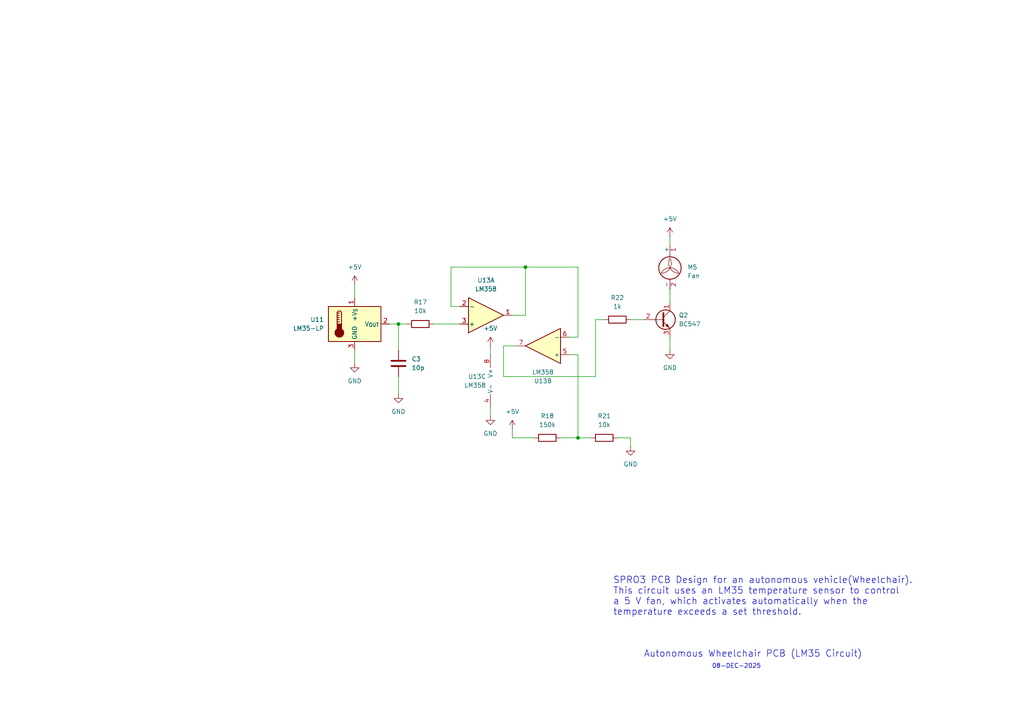
<source format=kicad_sch>
(kicad_sch
	(version 20250114)
	(generator "eeschema")
	(generator_version "9.0")
	(uuid "6bab9b39-2a77-4385-83c4-1a901661dccc")
	(paper "A4")
	(lib_symbols
		(symbol "Amplifier_Operational:LM358"
			(pin_names
				(offset 0.127)
			)
			(exclude_from_sim no)
			(in_bom yes)
			(on_board yes)
			(property "Reference" "U"
				(at 0 5.08 0)
				(effects
					(font
						(size 1.27 1.27)
					)
					(justify left)
				)
			)
			(property "Value" "LM358"
				(at 0 -5.08 0)
				(effects
					(font
						(size 1.27 1.27)
					)
					(justify left)
				)
			)
			(property "Footprint" ""
				(at 0 0 0)
				(effects
					(font
						(size 1.27 1.27)
					)
					(hide yes)
				)
			)
			(property "Datasheet" "http://www.ti.com/lit/ds/symlink/lm2904-n.pdf"
				(at 0 0 0)
				(effects
					(font
						(size 1.27 1.27)
					)
					(hide yes)
				)
			)
			(property "Description" "Low-Power, Dual Operational Amplifiers, DIP-8/SOIC-8/TO-99-8"
				(at 0 0 0)
				(effects
					(font
						(size 1.27 1.27)
					)
					(hide yes)
				)
			)
			(property "ki_locked" ""
				(at 0 0 0)
				(effects
					(font
						(size 1.27 1.27)
					)
				)
			)
			(property "ki_keywords" "dual opamp"
				(at 0 0 0)
				(effects
					(font
						(size 1.27 1.27)
					)
					(hide yes)
				)
			)
			(property "ki_fp_filters" "SOIC*3.9x4.9mm*P1.27mm* DIP*W7.62mm* TO*99* OnSemi*Micro8* TSSOP*3x3mm*P0.65mm* TSSOP*4.4x3mm*P0.65mm* MSOP*3x3mm*P0.65mm* SSOP*3.9x4.9mm*P0.635mm* LFCSP*2x2mm*P0.5mm* *SIP* SOIC*5.3x6.2mm*P1.27mm*"
				(at 0 0 0)
				(effects
					(font
						(size 1.27 1.27)
					)
					(hide yes)
				)
			)
			(symbol "LM358_1_1"
				(polyline
					(pts
						(xy -5.08 5.08) (xy 5.08 0) (xy -5.08 -5.08) (xy -5.08 5.08)
					)
					(stroke
						(width 0.254)
						(type default)
					)
					(fill
						(type background)
					)
				)
				(pin input line
					(at -7.62 2.54 0)
					(length 2.54)
					(name "+"
						(effects
							(font
								(size 1.27 1.27)
							)
						)
					)
					(number "3"
						(effects
							(font
								(size 1.27 1.27)
							)
						)
					)
				)
				(pin input line
					(at -7.62 -2.54 0)
					(length 2.54)
					(name "-"
						(effects
							(font
								(size 1.27 1.27)
							)
						)
					)
					(number "2"
						(effects
							(font
								(size 1.27 1.27)
							)
						)
					)
				)
				(pin output line
					(at 7.62 0 180)
					(length 2.54)
					(name "~"
						(effects
							(font
								(size 1.27 1.27)
							)
						)
					)
					(number "1"
						(effects
							(font
								(size 1.27 1.27)
							)
						)
					)
				)
			)
			(symbol "LM358_2_1"
				(polyline
					(pts
						(xy -5.08 5.08) (xy 5.08 0) (xy -5.08 -5.08) (xy -5.08 5.08)
					)
					(stroke
						(width 0.254)
						(type default)
					)
					(fill
						(type background)
					)
				)
				(pin input line
					(at -7.62 2.54 0)
					(length 2.54)
					(name "+"
						(effects
							(font
								(size 1.27 1.27)
							)
						)
					)
					(number "5"
						(effects
							(font
								(size 1.27 1.27)
							)
						)
					)
				)
				(pin input line
					(at -7.62 -2.54 0)
					(length 2.54)
					(name "-"
						(effects
							(font
								(size 1.27 1.27)
							)
						)
					)
					(number "6"
						(effects
							(font
								(size 1.27 1.27)
							)
						)
					)
				)
				(pin output line
					(at 7.62 0 180)
					(length 2.54)
					(name "~"
						(effects
							(font
								(size 1.27 1.27)
							)
						)
					)
					(number "7"
						(effects
							(font
								(size 1.27 1.27)
							)
						)
					)
				)
			)
			(symbol "LM358_3_1"
				(pin power_in line
					(at -2.54 7.62 270)
					(length 3.81)
					(name "V+"
						(effects
							(font
								(size 1.27 1.27)
							)
						)
					)
					(number "8"
						(effects
							(font
								(size 1.27 1.27)
							)
						)
					)
				)
				(pin power_in line
					(at -2.54 -7.62 90)
					(length 3.81)
					(name "V-"
						(effects
							(font
								(size 1.27 1.27)
							)
						)
					)
					(number "4"
						(effects
							(font
								(size 1.27 1.27)
							)
						)
					)
				)
			)
			(embedded_fonts no)
		)
		(symbol "Device:C"
			(pin_numbers
				(hide yes)
			)
			(pin_names
				(offset 0.254)
			)
			(exclude_from_sim no)
			(in_bom yes)
			(on_board yes)
			(property "Reference" "C"
				(at 0.635 2.54 0)
				(effects
					(font
						(size 1.27 1.27)
					)
					(justify left)
				)
			)
			(property "Value" "C"
				(at 0.635 -2.54 0)
				(effects
					(font
						(size 1.27 1.27)
					)
					(justify left)
				)
			)
			(property "Footprint" ""
				(at 0.9652 -3.81 0)
				(effects
					(font
						(size 1.27 1.27)
					)
					(hide yes)
				)
			)
			(property "Datasheet" "~"
				(at 0 0 0)
				(effects
					(font
						(size 1.27 1.27)
					)
					(hide yes)
				)
			)
			(property "Description" "Unpolarized capacitor"
				(at 0 0 0)
				(effects
					(font
						(size 1.27 1.27)
					)
					(hide yes)
				)
			)
			(property "ki_keywords" "cap capacitor"
				(at 0 0 0)
				(effects
					(font
						(size 1.27 1.27)
					)
					(hide yes)
				)
			)
			(property "ki_fp_filters" "C_*"
				(at 0 0 0)
				(effects
					(font
						(size 1.27 1.27)
					)
					(hide yes)
				)
			)
			(symbol "C_0_1"
				(polyline
					(pts
						(xy -2.032 0.762) (xy 2.032 0.762)
					)
					(stroke
						(width 0.508)
						(type default)
					)
					(fill
						(type none)
					)
				)
				(polyline
					(pts
						(xy -2.032 -0.762) (xy 2.032 -0.762)
					)
					(stroke
						(width 0.508)
						(type default)
					)
					(fill
						(type none)
					)
				)
			)
			(symbol "C_1_1"
				(pin passive line
					(at 0 3.81 270)
					(length 2.794)
					(name "~"
						(effects
							(font
								(size 1.27 1.27)
							)
						)
					)
					(number "1"
						(effects
							(font
								(size 1.27 1.27)
							)
						)
					)
				)
				(pin passive line
					(at 0 -3.81 90)
					(length 2.794)
					(name "~"
						(effects
							(font
								(size 1.27 1.27)
							)
						)
					)
					(number "2"
						(effects
							(font
								(size 1.27 1.27)
							)
						)
					)
				)
			)
			(embedded_fonts no)
		)
		(symbol "Device:R"
			(pin_numbers
				(hide yes)
			)
			(pin_names
				(offset 0)
			)
			(exclude_from_sim no)
			(in_bom yes)
			(on_board yes)
			(property "Reference" "R"
				(at 2.032 0 90)
				(effects
					(font
						(size 1.27 1.27)
					)
				)
			)
			(property "Value" "R"
				(at 0 0 90)
				(effects
					(font
						(size 1.27 1.27)
					)
				)
			)
			(property "Footprint" ""
				(at -1.778 0 90)
				(effects
					(font
						(size 1.27 1.27)
					)
					(hide yes)
				)
			)
			(property "Datasheet" "~"
				(at 0 0 0)
				(effects
					(font
						(size 1.27 1.27)
					)
					(hide yes)
				)
			)
			(property "Description" "Resistor"
				(at 0 0 0)
				(effects
					(font
						(size 1.27 1.27)
					)
					(hide yes)
				)
			)
			(property "ki_keywords" "R res resistor"
				(at 0 0 0)
				(effects
					(font
						(size 1.27 1.27)
					)
					(hide yes)
				)
			)
			(property "ki_fp_filters" "R_*"
				(at 0 0 0)
				(effects
					(font
						(size 1.27 1.27)
					)
					(hide yes)
				)
			)
			(symbol "R_0_1"
				(rectangle
					(start -1.016 -2.54)
					(end 1.016 2.54)
					(stroke
						(width 0.254)
						(type default)
					)
					(fill
						(type none)
					)
				)
			)
			(symbol "R_1_1"
				(pin passive line
					(at 0 3.81 270)
					(length 1.27)
					(name "~"
						(effects
							(font
								(size 1.27 1.27)
							)
						)
					)
					(number "1"
						(effects
							(font
								(size 1.27 1.27)
							)
						)
					)
				)
				(pin passive line
					(at 0 -3.81 90)
					(length 1.27)
					(name "~"
						(effects
							(font
								(size 1.27 1.27)
							)
						)
					)
					(number "2"
						(effects
							(font
								(size 1.27 1.27)
							)
						)
					)
				)
			)
			(embedded_fonts no)
		)
		(symbol "Motor:Fan"
			(pin_names
				(offset 0)
			)
			(exclude_from_sim no)
			(in_bom yes)
			(on_board yes)
			(property "Reference" "M"
				(at 2.54 5.08 0)
				(effects
					(font
						(size 1.27 1.27)
					)
					(justify left)
				)
			)
			(property "Value" "Fan"
				(at 2.54 -2.54 0)
				(effects
					(font
						(size 1.27 1.27)
					)
					(justify left top)
				)
			)
			(property "Footprint" ""
				(at 0 0.254 0)
				(effects
					(font
						(size 1.27 1.27)
					)
					(hide yes)
				)
			)
			(property "Datasheet" "~"
				(at 0 0.254 0)
				(effects
					(font
						(size 1.27 1.27)
					)
					(hide yes)
				)
			)
			(property "Description" "Fan"
				(at 0 0 0)
				(effects
					(font
						(size 1.27 1.27)
					)
					(hide yes)
				)
			)
			(property "ki_keywords" "Fan Motor"
				(at 0 0 0)
				(effects
					(font
						(size 1.27 1.27)
					)
					(hide yes)
				)
			)
			(property "ki_fp_filters" "PinHeader*P2.54mm* TerminalBlock*"
				(at 0 0 0)
				(effects
					(font
						(size 1.27 1.27)
					)
					(hide yes)
				)
			)
			(symbol "Fan_0_1"
				(arc
					(start 0 3.81)
					(mid -0.0015 0.9048)
					(end -2.54 -0.508)
					(stroke
						(width 0)
						(type default)
					)
					(fill
						(type none)
					)
				)
				(polyline
					(pts
						(xy 0 4.572) (xy 0 5.08)
					)
					(stroke
						(width 0)
						(type default)
					)
					(fill
						(type none)
					)
				)
				(polyline
					(pts
						(xy 0 4.2672) (xy 0 4.6228)
					)
					(stroke
						(width 0)
						(type default)
					)
					(fill
						(type none)
					)
				)
				(circle
					(center 0 1.016)
					(radius 3.2512)
					(stroke
						(width 0.254)
						(type default)
					)
					(fill
						(type none)
					)
				)
				(arc
					(start -2.54 -0.508)
					(mid 0 1.0618)
					(end 2.54 -0.508)
					(stroke
						(width 0)
						(type default)
					)
					(fill
						(type none)
					)
				)
				(polyline
					(pts
						(xy 0 -2.2352) (xy 0 -2.6416)
					)
					(stroke
						(width 0)
						(type default)
					)
					(fill
						(type none)
					)
				)
				(polyline
					(pts
						(xy 0 -5.08) (xy 0 -4.572)
					)
					(stroke
						(width 0)
						(type default)
					)
					(fill
						(type none)
					)
				)
				(arc
					(start 2.54 -0.508)
					(mid 0.047 0.9315)
					(end 0 3.81)
					(stroke
						(width 0)
						(type default)
					)
					(fill
						(type none)
					)
				)
			)
			(symbol "Fan_1_1"
				(pin passive line
					(at 0 7.62 270)
					(length 2.54)
					(name "+"
						(effects
							(font
								(size 1.27 1.27)
							)
						)
					)
					(number "1"
						(effects
							(font
								(size 1.27 1.27)
							)
						)
					)
				)
				(pin passive line
					(at 0 -5.08 90)
					(length 2.54)
					(name "-"
						(effects
							(font
								(size 1.27 1.27)
							)
						)
					)
					(number "2"
						(effects
							(font
								(size 1.27 1.27)
							)
						)
					)
				)
			)
			(embedded_fonts no)
		)
		(symbol "Sensor_Temperature:LM35-LP"
			(exclude_from_sim no)
			(in_bom yes)
			(on_board yes)
			(property "Reference" "U"
				(at -6.35 6.35 0)
				(effects
					(font
						(size 1.27 1.27)
					)
				)
			)
			(property "Value" "LM35-LP"
				(at 1.27 6.35 0)
				(effects
					(font
						(size 1.27 1.27)
					)
					(justify left)
				)
			)
			(property "Footprint" "Package_TO_SOT_THT:TO-92_Inline"
				(at 1.27 -6.35 0)
				(effects
					(font
						(size 1.27 1.27)
					)
					(justify left)
					(hide yes)
				)
			)
			(property "Datasheet" "http://www.ti.com/lit/ds/symlink/lm35.pdf"
				(at 0 0 0)
				(effects
					(font
						(size 1.27 1.27)
					)
					(hide yes)
				)
			)
			(property "Description" "Precision centigrade temperature sensor, TO-92"
				(at 0 0 0)
				(effects
					(font
						(size 1.27 1.27)
					)
					(hide yes)
				)
			)
			(property "ki_keywords" "temperature sensor thermistor"
				(at 0 0 0)
				(effects
					(font
						(size 1.27 1.27)
					)
					(hide yes)
				)
			)
			(property "ki_fp_filters" "TO?92*"
				(at 0 0 0)
				(effects
					(font
						(size 1.27 1.27)
					)
					(hide yes)
				)
			)
			(symbol "LM35-LP_0_1"
				(rectangle
					(start -7.62 5.08)
					(end 7.62 -5.08)
					(stroke
						(width 0.254)
						(type default)
					)
					(fill
						(type background)
					)
				)
				(polyline
					(pts
						(xy -5.08 3.175) (xy -5.08 0)
					)
					(stroke
						(width 0.254)
						(type default)
					)
					(fill
						(type none)
					)
				)
				(polyline
					(pts
						(xy -5.08 3.175) (xy -4.445 3.175)
					)
					(stroke
						(width 0.254)
						(type default)
					)
					(fill
						(type none)
					)
				)
				(polyline
					(pts
						(xy -5.08 2.54) (xy -4.445 2.54)
					)
					(stroke
						(width 0.254)
						(type default)
					)
					(fill
						(type none)
					)
				)
				(polyline
					(pts
						(xy -5.08 1.905) (xy -4.445 1.905)
					)
					(stroke
						(width 0.254)
						(type default)
					)
					(fill
						(type none)
					)
				)
				(polyline
					(pts
						(xy -5.08 1.27) (xy -4.445 1.27)
					)
					(stroke
						(width 0.254)
						(type default)
					)
					(fill
						(type none)
					)
				)
				(polyline
					(pts
						(xy -5.08 0.635) (xy -4.445 0.635)
					)
					(stroke
						(width 0.254)
						(type default)
					)
					(fill
						(type none)
					)
				)
				(arc
					(start -5.08 3.175)
					(mid -4.445 3.8073)
					(end -3.81 3.175)
					(stroke
						(width 0.254)
						(type default)
					)
					(fill
						(type none)
					)
				)
				(circle
					(center -4.445 -2.54)
					(radius 1.27)
					(stroke
						(width 0.254)
						(type default)
					)
					(fill
						(type outline)
					)
				)
				(polyline
					(pts
						(xy -3.81 3.175) (xy -3.81 0)
					)
					(stroke
						(width 0.254)
						(type default)
					)
					(fill
						(type none)
					)
				)
				(rectangle
					(start -3.81 -1.905)
					(end -5.08 0)
					(stroke
						(width 0.254)
						(type default)
					)
					(fill
						(type outline)
					)
				)
			)
			(symbol "LM35-LP_1_1"
				(pin power_in line
					(at 0 7.62 270)
					(length 2.54)
					(name "+V_{S}"
						(effects
							(font
								(size 1.27 1.27)
							)
						)
					)
					(number "1"
						(effects
							(font
								(size 1.27 1.27)
							)
						)
					)
				)
				(pin power_in line
					(at 0 -7.62 90)
					(length 2.54)
					(name "GND"
						(effects
							(font
								(size 1.27 1.27)
							)
						)
					)
					(number "3"
						(effects
							(font
								(size 1.27 1.27)
							)
						)
					)
				)
				(pin output line
					(at 10.16 0 180)
					(length 2.54)
					(name "V_{OUT}"
						(effects
							(font
								(size 1.27 1.27)
							)
						)
					)
					(number "2"
						(effects
							(font
								(size 1.27 1.27)
							)
						)
					)
				)
			)
			(embedded_fonts no)
		)
		(symbol "Transistor_BJT:BC547"
			(pin_names
				(offset 0)
				(hide yes)
			)
			(exclude_from_sim no)
			(in_bom yes)
			(on_board yes)
			(property "Reference" "Q"
				(at 5.08 1.905 0)
				(effects
					(font
						(size 1.27 1.27)
					)
					(justify left)
				)
			)
			(property "Value" "BC547"
				(at 5.08 0 0)
				(effects
					(font
						(size 1.27 1.27)
					)
					(justify left)
				)
			)
			(property "Footprint" "Package_TO_SOT_THT:TO-92_Inline"
				(at 5.08 -1.905 0)
				(effects
					(font
						(size 1.27 1.27)
						(italic yes)
					)
					(justify left)
					(hide yes)
				)
			)
			(property "Datasheet" "https://www.onsemi.com/pub/Collateral/BC550-D.pdf"
				(at 0 0 0)
				(effects
					(font
						(size 1.27 1.27)
					)
					(justify left)
					(hide yes)
				)
			)
			(property "Description" "0.1A Ic, 45V Vce, Small Signal NPN Transistor, TO-92"
				(at 0 0 0)
				(effects
					(font
						(size 1.27 1.27)
					)
					(hide yes)
				)
			)
			(property "ki_keywords" "NPN Transistor"
				(at 0 0 0)
				(effects
					(font
						(size 1.27 1.27)
					)
					(hide yes)
				)
			)
			(property "ki_fp_filters" "TO?92*"
				(at 0 0 0)
				(effects
					(font
						(size 1.27 1.27)
					)
					(hide yes)
				)
			)
			(symbol "BC547_0_1"
				(polyline
					(pts
						(xy -2.54 0) (xy 0.635 0)
					)
					(stroke
						(width 0)
						(type default)
					)
					(fill
						(type none)
					)
				)
				(polyline
					(pts
						(xy 0.635 1.905) (xy 0.635 -1.905)
					)
					(stroke
						(width 0.508)
						(type default)
					)
					(fill
						(type none)
					)
				)
				(circle
					(center 1.27 0)
					(radius 2.8194)
					(stroke
						(width 0.254)
						(type default)
					)
					(fill
						(type none)
					)
				)
			)
			(symbol "BC547_1_1"
				(polyline
					(pts
						(xy 0.635 0.635) (xy 2.54 2.54)
					)
					(stroke
						(width 0)
						(type default)
					)
					(fill
						(type none)
					)
				)
				(polyline
					(pts
						(xy 0.635 -0.635) (xy 2.54 -2.54)
					)
					(stroke
						(width 0)
						(type default)
					)
					(fill
						(type none)
					)
				)
				(polyline
					(pts
						(xy 1.27 -1.778) (xy 1.778 -1.27) (xy 2.286 -2.286) (xy 1.27 -1.778)
					)
					(stroke
						(width 0)
						(type default)
					)
					(fill
						(type outline)
					)
				)
				(pin input line
					(at -5.08 0 0)
					(length 2.54)
					(name "B"
						(effects
							(font
								(size 1.27 1.27)
							)
						)
					)
					(number "2"
						(effects
							(font
								(size 1.27 1.27)
							)
						)
					)
				)
				(pin passive line
					(at 2.54 5.08 270)
					(length 2.54)
					(name "C"
						(effects
							(font
								(size 1.27 1.27)
							)
						)
					)
					(number "1"
						(effects
							(font
								(size 1.27 1.27)
							)
						)
					)
				)
				(pin passive line
					(at 2.54 -5.08 90)
					(length 2.54)
					(name "E"
						(effects
							(font
								(size 1.27 1.27)
							)
						)
					)
					(number "3"
						(effects
							(font
								(size 1.27 1.27)
							)
						)
					)
				)
			)
			(embedded_fonts no)
		)
		(symbol "power:+5V"
			(power)
			(pin_numbers
				(hide yes)
			)
			(pin_names
				(offset 0)
				(hide yes)
			)
			(exclude_from_sim no)
			(in_bom yes)
			(on_board yes)
			(property "Reference" "#PWR"
				(at 0 -3.81 0)
				(effects
					(font
						(size 1.27 1.27)
					)
					(hide yes)
				)
			)
			(property "Value" "+5V"
				(at 0 3.556 0)
				(effects
					(font
						(size 1.27 1.27)
					)
				)
			)
			(property "Footprint" ""
				(at 0 0 0)
				(effects
					(font
						(size 1.27 1.27)
					)
					(hide yes)
				)
			)
			(property "Datasheet" ""
				(at 0 0 0)
				(effects
					(font
						(size 1.27 1.27)
					)
					(hide yes)
				)
			)
			(property "Description" "Power symbol creates a global label with name \"+5V\""
				(at 0 0 0)
				(effects
					(font
						(size 1.27 1.27)
					)
					(hide yes)
				)
			)
			(property "ki_keywords" "global power"
				(at 0 0 0)
				(effects
					(font
						(size 1.27 1.27)
					)
					(hide yes)
				)
			)
			(symbol "+5V_0_1"
				(polyline
					(pts
						(xy -0.762 1.27) (xy 0 2.54)
					)
					(stroke
						(width 0)
						(type default)
					)
					(fill
						(type none)
					)
				)
				(polyline
					(pts
						(xy 0 2.54) (xy 0.762 1.27)
					)
					(stroke
						(width 0)
						(type default)
					)
					(fill
						(type none)
					)
				)
				(polyline
					(pts
						(xy 0 0) (xy 0 2.54)
					)
					(stroke
						(width 0)
						(type default)
					)
					(fill
						(type none)
					)
				)
			)
			(symbol "+5V_1_1"
				(pin power_in line
					(at 0 0 90)
					(length 0)
					(name "~"
						(effects
							(font
								(size 1.27 1.27)
							)
						)
					)
					(number "1"
						(effects
							(font
								(size 1.27 1.27)
							)
						)
					)
				)
			)
			(embedded_fonts no)
		)
		(symbol "power:GND"
			(power)
			(pin_numbers
				(hide yes)
			)
			(pin_names
				(offset 0)
				(hide yes)
			)
			(exclude_from_sim no)
			(in_bom yes)
			(on_board yes)
			(property "Reference" "#PWR"
				(at 0 -6.35 0)
				(effects
					(font
						(size 1.27 1.27)
					)
					(hide yes)
				)
			)
			(property "Value" "GND"
				(at 0 -3.81 0)
				(effects
					(font
						(size 1.27 1.27)
					)
				)
			)
			(property "Footprint" ""
				(at 0 0 0)
				(effects
					(font
						(size 1.27 1.27)
					)
					(hide yes)
				)
			)
			(property "Datasheet" ""
				(at 0 0 0)
				(effects
					(font
						(size 1.27 1.27)
					)
					(hide yes)
				)
			)
			(property "Description" "Power symbol creates a global label with name \"GND\" , ground"
				(at 0 0 0)
				(effects
					(font
						(size 1.27 1.27)
					)
					(hide yes)
				)
			)
			(property "ki_keywords" "global power"
				(at 0 0 0)
				(effects
					(font
						(size 1.27 1.27)
					)
					(hide yes)
				)
			)
			(symbol "GND_0_1"
				(polyline
					(pts
						(xy 0 0) (xy 0 -1.27) (xy 1.27 -1.27) (xy 0 -2.54) (xy -1.27 -1.27) (xy 0 -1.27)
					)
					(stroke
						(width 0)
						(type default)
					)
					(fill
						(type none)
					)
				)
			)
			(symbol "GND_1_1"
				(pin power_in line
					(at 0 0 270)
					(length 0)
					(name "~"
						(effects
							(font
								(size 1.27 1.27)
							)
						)
					)
					(number "1"
						(effects
							(font
								(size 1.27 1.27)
							)
						)
					)
				)
			)
			(embedded_fonts no)
		)
	)
	(text "SPRO3 PCB Design for an autonomous vehicle(Wheelchair).\nThis circuit uses an LM35 temperature sensor to control \na 5 V fan, which activates automatically when the \ntemperature exceeds a set threshold."
		(exclude_from_sim no)
		(at 177.8 172.974 0)
		(effects
			(font
				(size 1.905 1.905)
			)
			(justify left)
		)
		(uuid "a0312c0e-c85e-4165-8c51-551aadd56ce0")
	)
	(text "08-DEC-2025"
		(exclude_from_sim no)
		(at 213.614 193.294 0)
		(effects
			(font
				(size 1.27 1.27)
			)
		)
		(uuid "b160e4e6-9b30-4167-aa51-7d8f0081e783")
	)
	(text "Autonomous Wheelchair PCB (LM35 Circuit)"
		(exclude_from_sim no)
		(at 186.69 189.738 0)
		(effects
			(font
				(size 1.905 1.905)
			)
			(justify left)
		)
		(uuid "c795335d-1383-4f3b-8d41-fbf344029d4a")
	)
	(junction
		(at 152.4 77.47)
		(diameter 0)
		(color 0 0 0 0)
		(uuid "45f0eb38-3bbd-4bf3-bd1f-2053ac6002ed")
	)
	(junction
		(at 115.57 93.98)
		(diameter 0)
		(color 0 0 0 0)
		(uuid "9b6b6251-00f7-44e3-a1be-57ef72ef7edb")
	)
	(junction
		(at 167.64 127)
		(diameter 0)
		(color 0 0 0 0)
		(uuid "d3d40d13-c61d-48ca-8cba-19bc6fdeff17")
	)
	(wire
		(pts
			(xy 115.57 109.22) (xy 115.57 114.3)
		)
		(stroke
			(width 0)
			(type default)
		)
		(uuid "004bc45d-8f69-4117-8587-9bdb78a1c202")
	)
	(wire
		(pts
			(xy 142.24 100.33) (xy 142.24 102.87)
		)
		(stroke
			(width 0)
			(type default)
		)
		(uuid "146d3526-cdf4-45a8-b971-77523af499e2")
	)
	(wire
		(pts
			(xy 182.88 127) (xy 182.88 129.54)
		)
		(stroke
			(width 0)
			(type default)
		)
		(uuid "341f1fab-a248-4388-afe6-02caff23525b")
	)
	(wire
		(pts
			(xy 115.57 93.98) (xy 115.57 101.6)
		)
		(stroke
			(width 0)
			(type default)
		)
		(uuid "35f6e674-b4a0-48bc-b0b5-6a228cf7bace")
	)
	(wire
		(pts
			(xy 149.86 100.33) (xy 146.05 100.33)
		)
		(stroke
			(width 0)
			(type default)
		)
		(uuid "3b073ef9-4e3f-461c-a4c3-c65107967ac3")
	)
	(wire
		(pts
			(xy 125.73 93.98) (xy 133.35 93.98)
		)
		(stroke
			(width 0)
			(type default)
		)
		(uuid "3fbc5bef-a6e4-47cd-a3cd-29acda56c771")
	)
	(wire
		(pts
			(xy 167.64 77.47) (xy 152.4 77.47)
		)
		(stroke
			(width 0)
			(type default)
		)
		(uuid "4c625980-118e-4d6f-b05b-13ed6ff9c010")
	)
	(wire
		(pts
			(xy 167.64 102.87) (xy 167.64 127)
		)
		(stroke
			(width 0)
			(type default)
		)
		(uuid "558cf34c-4aba-445a-a57e-689387d3332a")
	)
	(wire
		(pts
			(xy 148.59 124.46) (xy 148.59 127)
		)
		(stroke
			(width 0)
			(type default)
		)
		(uuid "57352258-9094-4a5b-ab3d-d61561c87706")
	)
	(wire
		(pts
			(xy 172.72 92.71) (xy 175.26 92.71)
		)
		(stroke
			(width 0)
			(type default)
		)
		(uuid "5741c22e-ee3a-4305-ab70-4207c700393e")
	)
	(wire
		(pts
			(xy 167.64 97.79) (xy 167.64 77.47)
		)
		(stroke
			(width 0)
			(type default)
		)
		(uuid "5842da4b-6a93-4eed-9801-a1adb6c101b0")
	)
	(wire
		(pts
			(xy 130.81 77.47) (xy 152.4 77.47)
		)
		(stroke
			(width 0)
			(type default)
		)
		(uuid "5a4a5cb2-20a5-45f1-9fdb-5399342af559")
	)
	(wire
		(pts
			(xy 172.72 109.22) (xy 172.72 92.71)
		)
		(stroke
			(width 0)
			(type default)
		)
		(uuid "6141f47d-4c00-4091-a8de-f5893d6800f0")
	)
	(wire
		(pts
			(xy 142.24 118.11) (xy 142.24 120.65)
		)
		(stroke
			(width 0)
			(type default)
		)
		(uuid "689d9391-0eaa-4094-b458-304865e30da3")
	)
	(wire
		(pts
			(xy 152.4 77.47) (xy 152.4 91.44)
		)
		(stroke
			(width 0)
			(type default)
		)
		(uuid "6be3176f-98db-4950-b8a7-27cc0571ece9")
	)
	(wire
		(pts
			(xy 179.07 127) (xy 182.88 127)
		)
		(stroke
			(width 0)
			(type default)
		)
		(uuid "6f84a34d-f961-48b4-a057-706c72330dbc")
	)
	(wire
		(pts
			(xy 162.56 127) (xy 167.64 127)
		)
		(stroke
			(width 0)
			(type default)
		)
		(uuid "732b892b-d850-470b-a1d6-8e0c61aedff2")
	)
	(wire
		(pts
			(xy 115.57 93.98) (xy 118.11 93.98)
		)
		(stroke
			(width 0)
			(type default)
		)
		(uuid "7da2bf1c-9aab-4e07-90aa-3716a2e77cf6")
	)
	(wire
		(pts
			(xy 133.35 88.9) (xy 130.81 88.9)
		)
		(stroke
			(width 0)
			(type default)
		)
		(uuid "7f107e92-24c3-4bcb-96d2-1182ac24b045")
	)
	(wire
		(pts
			(xy 146.05 100.33) (xy 146.05 109.22)
		)
		(stroke
			(width 0)
			(type default)
		)
		(uuid "87f61a29-a0e4-4076-bf06-29cbc47df4bd")
	)
	(wire
		(pts
			(xy 194.31 68.58) (xy 194.31 71.12)
		)
		(stroke
			(width 0)
			(type default)
		)
		(uuid "8b825e2d-4261-47a4-9646-e1fda021acfc")
	)
	(wire
		(pts
			(xy 148.59 127) (xy 154.94 127)
		)
		(stroke
			(width 0)
			(type default)
		)
		(uuid "9f4e85a4-35ef-4c08-bd27-5c110b9581b4")
	)
	(wire
		(pts
			(xy 113.03 93.98) (xy 115.57 93.98)
		)
		(stroke
			(width 0)
			(type default)
		)
		(uuid "9fe44b29-e709-49cb-b91a-498d48f88dd5")
	)
	(wire
		(pts
			(xy 194.31 97.79) (xy 194.31 101.6)
		)
		(stroke
			(width 0)
			(type default)
		)
		(uuid "a991368c-a204-4baa-90ca-54a44f46c8db")
	)
	(wire
		(pts
			(xy 130.81 88.9) (xy 130.81 77.47)
		)
		(stroke
			(width 0)
			(type default)
		)
		(uuid "b2686b69-237e-4d2f-b102-c466258656ee")
	)
	(wire
		(pts
			(xy 102.87 82.55) (xy 102.87 86.36)
		)
		(stroke
			(width 0)
			(type default)
		)
		(uuid "ba41f25d-52d2-499b-a2a4-4669f240cb73")
	)
	(wire
		(pts
			(xy 167.64 127) (xy 171.45 127)
		)
		(stroke
			(width 0)
			(type default)
		)
		(uuid "c1c3537f-01c5-4a03-aea8-ffdf3b76bc3b")
	)
	(wire
		(pts
			(xy 182.88 92.71) (xy 186.69 92.71)
		)
		(stroke
			(width 0)
			(type default)
		)
		(uuid "c53cc7ab-9b20-48d3-ab5a-0237050437a3")
	)
	(wire
		(pts
			(xy 194.31 83.82) (xy 194.31 87.63)
		)
		(stroke
			(width 0)
			(type default)
		)
		(uuid "d04df616-12ac-4d0d-8da8-20ba6fea8dba")
	)
	(wire
		(pts
			(xy 165.1 97.79) (xy 167.64 97.79)
		)
		(stroke
			(width 0)
			(type default)
		)
		(uuid "e7c8a82f-efcc-401a-8d82-b7c28984a33b")
	)
	(wire
		(pts
			(xy 102.87 101.6) (xy 102.87 105.41)
		)
		(stroke
			(width 0)
			(type default)
		)
		(uuid "e9e6d488-5605-4c1b-a3a4-3e8f7b8de0ef")
	)
	(wire
		(pts
			(xy 146.05 109.22) (xy 172.72 109.22)
		)
		(stroke
			(width 0)
			(type default)
		)
		(uuid "f54cc3b9-c763-4f00-af52-a1f87def06dd")
	)
	(wire
		(pts
			(xy 165.1 102.87) (xy 167.64 102.87)
		)
		(stroke
			(width 0)
			(type default)
		)
		(uuid "f7208d17-9dd7-407e-9556-ebbde61e15ab")
	)
	(wire
		(pts
			(xy 152.4 91.44) (xy 148.59 91.44)
		)
		(stroke
			(width 0)
			(type default)
		)
		(uuid "fa790f9b-a4b4-4a41-b1d4-2aee301b1f6b")
	)
	(symbol
		(lib_id "Motor:Fan")
		(at 194.31 78.74 0)
		(unit 1)
		(exclude_from_sim no)
		(in_bom yes)
		(on_board yes)
		(dnp no)
		(fields_autoplaced yes)
		(uuid "27379363-fe8c-47a7-98dc-792582d78736")
		(property "Reference" "M5"
			(at 199.39 77.4699 0)
			(effects
				(font
					(size 1.27 1.27)
				)
				(justify left)
			)
		)
		(property "Value" "Fan"
			(at 199.39 80.0099 0)
			(effects
				(font
					(size 1.27 1.27)
				)
				(justify left)
			)
		)
		(property "Footprint" "TerminalBlock_Phoenix:TerminalBlock_Phoenix_MKDS-1,5-2_1x02_P5.00mm_Horizontal"
			(at 194.31 78.486 0)
			(effects
				(font
					(size 1.27 1.27)
				)
				(hide yes)
			)
		)
		(property "Datasheet" "~"
			(at 194.31 78.486 0)
			(effects
				(font
					(size 1.27 1.27)
				)
				(hide yes)
			)
		)
		(property "Description" "Fan"
			(at 194.31 78.74 0)
			(effects
				(font
					(size 1.27 1.27)
				)
				(hide yes)
			)
		)
		(pin "1"
			(uuid "38ee4e76-25d2-4a9f-af85-76dd443883fd")
		)
		(pin "2"
			(uuid "94b036ae-af82-4db0-bec7-d68953466524")
		)
		(instances
			(project "SPO3"
				(path "/5105bcb2-8e87-4aaa-b466-fbc4cdbf7bd2/9aafd8b9-7f97-4801-bf45-13807b981783"
					(reference "M5")
					(unit 1)
				)
			)
		)
	)
	(symbol
		(lib_id "power:+5V")
		(at 102.87 82.55 0)
		(unit 1)
		(exclude_from_sim no)
		(in_bom yes)
		(on_board yes)
		(dnp no)
		(fields_autoplaced yes)
		(uuid "277174fa-e809-433a-9b3d-8651d0e60816")
		(property "Reference" "#PWR014"
			(at 102.87 86.36 0)
			(effects
				(font
					(size 1.27 1.27)
				)
				(hide yes)
			)
		)
		(property "Value" "+5V"
			(at 102.87 77.47 0)
			(effects
				(font
					(size 1.27 1.27)
				)
			)
		)
		(property "Footprint" ""
			(at 102.87 82.55 0)
			(effects
				(font
					(size 1.27 1.27)
				)
				(hide yes)
			)
		)
		(property "Datasheet" ""
			(at 102.87 82.55 0)
			(effects
				(font
					(size 1.27 1.27)
				)
				(hide yes)
			)
		)
		(property "Description" "Power symbol creates a global label with name \"+5V\""
			(at 102.87 82.55 0)
			(effects
				(font
					(size 1.27 1.27)
				)
				(hide yes)
			)
		)
		(pin "1"
			(uuid "671a82d5-8efb-41f8-90aa-8de5eebea347")
		)
		(instances
			(project "SPO3"
				(path "/5105bcb2-8e87-4aaa-b466-fbc4cdbf7bd2/9aafd8b9-7f97-4801-bf45-13807b981783"
					(reference "#PWR014")
					(unit 1)
				)
			)
		)
	)
	(symbol
		(lib_id "Device:C")
		(at 115.57 105.41 0)
		(unit 1)
		(exclude_from_sim no)
		(in_bom yes)
		(on_board yes)
		(dnp no)
		(fields_autoplaced yes)
		(uuid "2b12ffa3-ca27-4c7f-93f3-37c558f53ce3")
		(property "Reference" "C3"
			(at 119.38 104.1399 0)
			(effects
				(font
					(size 1.27 1.27)
				)
				(justify left)
			)
		)
		(property "Value" "10p"
			(at 119.38 106.6799 0)
			(effects
				(font
					(size 1.27 1.27)
				)
				(justify left)
			)
		)
		(property "Footprint" "Capacitor_THT:CP_Radial_D5.0mm_P2.00mm"
			(at 116.5352 109.22 0)
			(effects
				(font
					(size 1.27 1.27)
				)
				(hide yes)
			)
		)
		(property "Datasheet" "~"
			(at 115.57 105.41 0)
			(effects
				(font
					(size 1.27 1.27)
				)
				(hide yes)
			)
		)
		(property "Description" "Unpolarized capacitor"
			(at 115.57 105.41 0)
			(effects
				(font
					(size 1.27 1.27)
				)
				(hide yes)
			)
		)
		(pin "2"
			(uuid "2bd10e0b-ba32-4c13-bcb1-ddbb36b06382")
		)
		(pin "1"
			(uuid "b985e1b7-97ea-4853-9097-7120065fc227")
		)
		(instances
			(project "SPO3"
				(path "/5105bcb2-8e87-4aaa-b466-fbc4cdbf7bd2/9aafd8b9-7f97-4801-bf45-13807b981783"
					(reference "C3")
					(unit 1)
				)
			)
		)
	)
	(symbol
		(lib_id "Device:R")
		(at 121.92 93.98 90)
		(unit 1)
		(exclude_from_sim no)
		(in_bom yes)
		(on_board yes)
		(dnp no)
		(fields_autoplaced yes)
		(uuid "2befe5f3-17dc-46c4-9e34-192337522169")
		(property "Reference" "R17"
			(at 121.92 87.63 90)
			(effects
				(font
					(size 1.27 1.27)
				)
			)
		)
		(property "Value" "10k"
			(at 121.92 90.17 90)
			(effects
				(font
					(size 1.27 1.27)
				)
			)
		)
		(property "Footprint" "Resistor_THT:R_Axial_DIN0207_L6.3mm_D2.5mm_P7.62mm_Horizontal"
			(at 121.92 95.758 90)
			(effects
				(font
					(size 1.27 1.27)
				)
				(hide yes)
			)
		)
		(property "Datasheet" "~"
			(at 121.92 93.98 0)
			(effects
				(font
					(size 1.27 1.27)
				)
				(hide yes)
			)
		)
		(property "Description" "Resistor"
			(at 121.92 93.98 0)
			(effects
				(font
					(size 1.27 1.27)
				)
				(hide yes)
			)
		)
		(pin "1"
			(uuid "dee1bbab-8465-4dd2-bf31-33d7464fc1ce")
		)
		(pin "2"
			(uuid "89caa7ec-b8d2-47b4-b06a-e32b2de5f116")
		)
		(instances
			(project "SPO3"
				(path "/5105bcb2-8e87-4aaa-b466-fbc4cdbf7bd2/9aafd8b9-7f97-4801-bf45-13807b981783"
					(reference "R17")
					(unit 1)
				)
			)
		)
	)
	(symbol
		(lib_id "Device:R")
		(at 175.26 127 90)
		(unit 1)
		(exclude_from_sim no)
		(in_bom yes)
		(on_board yes)
		(dnp no)
		(fields_autoplaced yes)
		(uuid "32645057-10f9-416e-a97c-14577c8e4902")
		(property "Reference" "R21"
			(at 175.26 120.65 90)
			(effects
				(font
					(size 1.27 1.27)
				)
			)
		)
		(property "Value" "10k"
			(at 175.26 123.19 90)
			(effects
				(font
					(size 1.27 1.27)
				)
			)
		)
		(property "Footprint" "Resistor_THT:R_Axial_DIN0207_L6.3mm_D2.5mm_P7.62mm_Horizontal"
			(at 175.26 128.778 90)
			(effects
				(font
					(size 1.27 1.27)
				)
				(hide yes)
			)
		)
		(property "Datasheet" "~"
			(at 175.26 127 0)
			(effects
				(font
					(size 1.27 1.27)
				)
				(hide yes)
			)
		)
		(property "Description" "Resistor"
			(at 175.26 127 0)
			(effects
				(font
					(size 1.27 1.27)
				)
				(hide yes)
			)
		)
		(pin "1"
			(uuid "170f0922-ac2b-4dc7-bf92-f88fcdb470ea")
		)
		(pin "2"
			(uuid "50a99de2-7467-41a0-aac1-c6d728d6698b")
		)
		(instances
			(project "SPO3"
				(path "/5105bcb2-8e87-4aaa-b466-fbc4cdbf7bd2/9aafd8b9-7f97-4801-bf45-13807b981783"
					(reference "R21")
					(unit 1)
				)
			)
		)
	)
	(symbol
		(lib_id "Device:R")
		(at 158.75 127 90)
		(unit 1)
		(exclude_from_sim no)
		(in_bom yes)
		(on_board yes)
		(dnp no)
		(fields_autoplaced yes)
		(uuid "34e2195e-902b-4de9-ba66-60408a8eb494")
		(property "Reference" "R18"
			(at 158.75 120.65 90)
			(effects
				(font
					(size 1.27 1.27)
				)
			)
		)
		(property "Value" "150k"
			(at 158.75 123.19 90)
			(effects
				(font
					(size 1.27 1.27)
				)
			)
		)
		(property "Footprint" "Resistor_THT:R_Axial_DIN0207_L6.3mm_D2.5mm_P7.62mm_Horizontal"
			(at 158.75 128.778 90)
			(effects
				(font
					(size 1.27 1.27)
				)
				(hide yes)
			)
		)
		(property "Datasheet" "~"
			(at 158.75 127 0)
			(effects
				(font
					(size 1.27 1.27)
				)
				(hide yes)
			)
		)
		(property "Description" "Resistor"
			(at 158.75 127 0)
			(effects
				(font
					(size 1.27 1.27)
				)
				(hide yes)
			)
		)
		(pin "1"
			(uuid "c3186604-4f48-466f-91df-5b60f0de8730")
		)
		(pin "2"
			(uuid "1b117767-1795-4ccb-91e2-bda5a1e25241")
		)
		(instances
			(project "SPO3"
				(path "/5105bcb2-8e87-4aaa-b466-fbc4cdbf7bd2/9aafd8b9-7f97-4801-bf45-13807b981783"
					(reference "R18")
					(unit 1)
				)
			)
		)
	)
	(symbol
		(lib_id "Device:R")
		(at 179.07 92.71 90)
		(unit 1)
		(exclude_from_sim no)
		(in_bom yes)
		(on_board yes)
		(dnp no)
		(fields_autoplaced yes)
		(uuid "3b5b64e2-dc85-4f28-8b7f-45c4e864ff44")
		(property "Reference" "R22"
			(at 179.07 86.36 90)
			(effects
				(font
					(size 1.27 1.27)
				)
			)
		)
		(property "Value" "1k"
			(at 179.07 88.9 90)
			(effects
				(font
					(size 1.27 1.27)
				)
			)
		)
		(property "Footprint" "Resistor_THT:R_Axial_DIN0207_L6.3mm_D2.5mm_P7.62mm_Horizontal"
			(at 179.07 94.488 90)
			(effects
				(font
					(size 1.27 1.27)
				)
				(hide yes)
			)
		)
		(property "Datasheet" "~"
			(at 179.07 92.71 0)
			(effects
				(font
					(size 1.27 1.27)
				)
				(hide yes)
			)
		)
		(property "Description" "Resistor"
			(at 179.07 92.71 0)
			(effects
				(font
					(size 1.27 1.27)
				)
				(hide yes)
			)
		)
		(pin "1"
			(uuid "fbff4127-490c-474e-8951-72a99123ddbe")
		)
		(pin "2"
			(uuid "9634bd09-ad27-4321-ac9d-20ebbe07b037")
		)
		(instances
			(project "SPO3"
				(path "/5105bcb2-8e87-4aaa-b466-fbc4cdbf7bd2/9aafd8b9-7f97-4801-bf45-13807b981783"
					(reference "R22")
					(unit 1)
				)
			)
		)
	)
	(symbol
		(lib_id "power:GND")
		(at 194.31 101.6 0)
		(unit 1)
		(exclude_from_sim no)
		(in_bom yes)
		(on_board yes)
		(dnp no)
		(fields_autoplaced yes)
		(uuid "461289dd-e168-439e-a6af-2a48e8e75edb")
		(property "Reference" "#PWR035"
			(at 194.31 107.95 0)
			(effects
				(font
					(size 1.27 1.27)
				)
				(hide yes)
			)
		)
		(property "Value" "GND"
			(at 194.31 106.68 0)
			(effects
				(font
					(size 1.27 1.27)
				)
			)
		)
		(property "Footprint" ""
			(at 194.31 101.6 0)
			(effects
				(font
					(size 1.27 1.27)
				)
				(hide yes)
			)
		)
		(property "Datasheet" ""
			(at 194.31 101.6 0)
			(effects
				(font
					(size 1.27 1.27)
				)
				(hide yes)
			)
		)
		(property "Description" "Power symbol creates a global label with name \"GND\" , ground"
			(at 194.31 101.6 0)
			(effects
				(font
					(size 1.27 1.27)
				)
				(hide yes)
			)
		)
		(pin "1"
			(uuid "3d075c2a-fe10-4fdd-bec7-dcb9c2d61785")
		)
		(instances
			(project "SPO3"
				(path "/5105bcb2-8e87-4aaa-b466-fbc4cdbf7bd2/9aafd8b9-7f97-4801-bf45-13807b981783"
					(reference "#PWR035")
					(unit 1)
				)
			)
		)
	)
	(symbol
		(lib_id "power:GND")
		(at 115.57 114.3 0)
		(unit 1)
		(exclude_from_sim no)
		(in_bom yes)
		(on_board yes)
		(dnp no)
		(fields_autoplaced yes)
		(uuid "51d30add-953d-47dd-ad31-a4716cc59f38")
		(property "Reference" "#PWR029"
			(at 115.57 120.65 0)
			(effects
				(font
					(size 1.27 1.27)
				)
				(hide yes)
			)
		)
		(property "Value" "GND"
			(at 115.57 119.38 0)
			(effects
				(font
					(size 1.27 1.27)
				)
			)
		)
		(property "Footprint" ""
			(at 115.57 114.3 0)
			(effects
				(font
					(size 1.27 1.27)
				)
				(hide yes)
			)
		)
		(property "Datasheet" ""
			(at 115.57 114.3 0)
			(effects
				(font
					(size 1.27 1.27)
				)
				(hide yes)
			)
		)
		(property "Description" "Power symbol creates a global label with name \"GND\" , ground"
			(at 115.57 114.3 0)
			(effects
				(font
					(size 1.27 1.27)
				)
				(hide yes)
			)
		)
		(pin "1"
			(uuid "3b19558a-3264-444c-bf73-3746ec2e5930")
		)
		(instances
			(project "SPO3"
				(path "/5105bcb2-8e87-4aaa-b466-fbc4cdbf7bd2/9aafd8b9-7f97-4801-bf45-13807b981783"
					(reference "#PWR029")
					(unit 1)
				)
			)
		)
	)
	(symbol
		(lib_id "Transistor_BJT:BC547")
		(at 191.77 92.71 0)
		(unit 1)
		(exclude_from_sim no)
		(in_bom yes)
		(on_board yes)
		(dnp no)
		(fields_autoplaced yes)
		(uuid "5b83618a-4429-4398-bd7d-245cd11b38cc")
		(property "Reference" "Q2"
			(at 196.85 91.4399 0)
			(effects
				(font
					(size 1.27 1.27)
				)
				(justify left)
			)
		)
		(property "Value" "BC547"
			(at 196.85 93.9799 0)
			(effects
				(font
					(size 1.27 1.27)
				)
				(justify left)
			)
		)
		(property "Footprint" "Library:TO-92_Inline NEWW"
			(at 196.85 94.615 0)
			(effects
				(font
					(size 1.27 1.27)
					(italic yes)
				)
				(justify left)
				(hide yes)
			)
		)
		(property "Datasheet" "https://www.onsemi.com/pub/Collateral/BC550-D.pdf"
			(at 191.77 92.71 0)
			(effects
				(font
					(size 1.27 1.27)
				)
				(justify left)
				(hide yes)
			)
		)
		(property "Description" "0.1A Ic, 45V Vce, Small Signal NPN Transistor, TO-92"
			(at 191.77 92.71 0)
			(effects
				(font
					(size 1.27 1.27)
				)
				(hide yes)
			)
		)
		(pin "2"
			(uuid "ac65aefe-7bc5-48be-b0d6-2da3ef903f79")
		)
		(pin "1"
			(uuid "1dc9548e-7c57-419b-9681-b1b3f433a001")
		)
		(pin "3"
			(uuid "60617584-fb7e-4aaa-84e9-867b4faeb8a6")
		)
		(instances
			(project "SPO3"
				(path "/5105bcb2-8e87-4aaa-b466-fbc4cdbf7bd2/9aafd8b9-7f97-4801-bf45-13807b981783"
					(reference "Q2")
					(unit 1)
				)
			)
		)
	)
	(symbol
		(lib_id "power:GND")
		(at 182.88 129.54 0)
		(unit 1)
		(exclude_from_sim no)
		(in_bom yes)
		(on_board yes)
		(dnp no)
		(fields_autoplaced yes)
		(uuid "67e56d98-4bc5-4ab9-8a36-e74fb8a28d03")
		(property "Reference" "#PWR033"
			(at 182.88 135.89 0)
			(effects
				(font
					(size 1.27 1.27)
				)
				(hide yes)
			)
		)
		(property "Value" "GND"
			(at 182.88 134.62 0)
			(effects
				(font
					(size 1.27 1.27)
				)
			)
		)
		(property "Footprint" ""
			(at 182.88 129.54 0)
			(effects
				(font
					(size 1.27 1.27)
				)
				(hide yes)
			)
		)
		(property "Datasheet" ""
			(at 182.88 129.54 0)
			(effects
				(font
					(size 1.27 1.27)
				)
				(hide yes)
			)
		)
		(property "Description" "Power symbol creates a global label with name \"GND\" , ground"
			(at 182.88 129.54 0)
			(effects
				(font
					(size 1.27 1.27)
				)
				(hide yes)
			)
		)
		(pin "1"
			(uuid "878511c6-7fe0-4e56-af0f-7d7eff230244")
		)
		(instances
			(project "SPO3"
				(path "/5105bcb2-8e87-4aaa-b466-fbc4cdbf7bd2/9aafd8b9-7f97-4801-bf45-13807b981783"
					(reference "#PWR033")
					(unit 1)
				)
			)
		)
	)
	(symbol
		(lib_id "power:+5V")
		(at 148.59 124.46 0)
		(unit 1)
		(exclude_from_sim no)
		(in_bom yes)
		(on_board yes)
		(dnp no)
		(fields_autoplaced yes)
		(uuid "a4597858-8e50-4439-8ce7-c16c3779e3ef")
		(property "Reference" "#PWR032"
			(at 148.59 128.27 0)
			(effects
				(font
					(size 1.27 1.27)
				)
				(hide yes)
			)
		)
		(property "Value" "+5V"
			(at 148.59 119.38 0)
			(effects
				(font
					(size 1.27 1.27)
				)
			)
		)
		(property "Footprint" ""
			(at 148.59 124.46 0)
			(effects
				(font
					(size 1.27 1.27)
				)
				(hide yes)
			)
		)
		(property "Datasheet" ""
			(at 148.59 124.46 0)
			(effects
				(font
					(size 1.27 1.27)
				)
				(hide yes)
			)
		)
		(property "Description" "Power symbol creates a global label with name \"+5V\""
			(at 148.59 124.46 0)
			(effects
				(font
					(size 1.27 1.27)
				)
				(hide yes)
			)
		)
		(pin "1"
			(uuid "48347760-8726-43d6-b0cc-4bb6b08211ae")
		)
		(instances
			(project "SPO3"
				(path "/5105bcb2-8e87-4aaa-b466-fbc4cdbf7bd2/9aafd8b9-7f97-4801-bf45-13807b981783"
					(reference "#PWR032")
					(unit 1)
				)
			)
		)
	)
	(symbol
		(lib_id "power:GND")
		(at 102.87 105.41 0)
		(unit 1)
		(exclude_from_sim no)
		(in_bom yes)
		(on_board yes)
		(dnp no)
		(fields_autoplaced yes)
		(uuid "b587be82-73ac-4afb-9283-17881f8c1b0e")
		(property "Reference" "#PWR028"
			(at 102.87 111.76 0)
			(effects
				(font
					(size 1.27 1.27)
				)
				(hide yes)
			)
		)
		(property "Value" "GND"
			(at 102.87 110.49 0)
			(effects
				(font
					(size 1.27 1.27)
				)
			)
		)
		(property "Footprint" ""
			(at 102.87 105.41 0)
			(effects
				(font
					(size 1.27 1.27)
				)
				(hide yes)
			)
		)
		(property "Datasheet" ""
			(at 102.87 105.41 0)
			(effects
				(font
					(size 1.27 1.27)
				)
				(hide yes)
			)
		)
		(property "Description" "Power symbol creates a global label with name \"GND\" , ground"
			(at 102.87 105.41 0)
			(effects
				(font
					(size 1.27 1.27)
				)
				(hide yes)
			)
		)
		(pin "1"
			(uuid "60c7f121-e522-45fd-911e-d9ad0aab261b")
		)
		(instances
			(project "SPO3"
				(path "/5105bcb2-8e87-4aaa-b466-fbc4cdbf7bd2/9aafd8b9-7f97-4801-bf45-13807b981783"
					(reference "#PWR028")
					(unit 1)
				)
			)
		)
	)
	(symbol
		(lib_id "power:+5V")
		(at 142.24 100.33 0)
		(mirror y)
		(unit 1)
		(exclude_from_sim no)
		(in_bom yes)
		(on_board yes)
		(dnp no)
		(fields_autoplaced yes)
		(uuid "b882078b-4f3f-4fa7-86fa-745aa869e452")
		(property "Reference" "#PWR030"
			(at 142.24 104.14 0)
			(effects
				(font
					(size 1.27 1.27)
				)
				(hide yes)
			)
		)
		(property "Value" "+5V"
			(at 142.24 95.25 0)
			(effects
				(font
					(size 1.27 1.27)
				)
			)
		)
		(property "Footprint" ""
			(at 142.24 100.33 0)
			(effects
				(font
					(size 1.27 1.27)
				)
				(hide yes)
			)
		)
		(property "Datasheet" ""
			(at 142.24 100.33 0)
			(effects
				(font
					(size 1.27 1.27)
				)
				(hide yes)
			)
		)
		(property "Description" "Power symbol creates a global label with name \"+5V\""
			(at 142.24 100.33 0)
			(effects
				(font
					(size 1.27 1.27)
				)
				(hide yes)
			)
		)
		(pin "1"
			(uuid "28d92552-e3f8-491d-9604-8e5154f28ade")
		)
		(instances
			(project "SPO3"
				(path "/5105bcb2-8e87-4aaa-b466-fbc4cdbf7bd2/9aafd8b9-7f97-4801-bf45-13807b981783"
					(reference "#PWR030")
					(unit 1)
				)
			)
		)
	)
	(symbol
		(lib_id "power:+5V")
		(at 194.31 68.58 0)
		(unit 1)
		(exclude_from_sim no)
		(in_bom yes)
		(on_board yes)
		(dnp no)
		(fields_autoplaced yes)
		(uuid "c34a22fd-eda2-42b4-a0d2-fc31a7a190b6")
		(property "Reference" "#PWR034"
			(at 194.31 72.39 0)
			(effects
				(font
					(size 1.27 1.27)
				)
				(hide yes)
			)
		)
		(property "Value" "+5V"
			(at 194.31 63.5 0)
			(effects
				(font
					(size 1.27 1.27)
				)
			)
		)
		(property "Footprint" ""
			(at 194.31 68.58 0)
			(effects
				(font
					(size 1.27 1.27)
				)
				(hide yes)
			)
		)
		(property "Datasheet" ""
			(at 194.31 68.58 0)
			(effects
				(font
					(size 1.27 1.27)
				)
				(hide yes)
			)
		)
		(property "Description" "Power symbol creates a global label with name \"+5V\""
			(at 194.31 68.58 0)
			(effects
				(font
					(size 1.27 1.27)
				)
				(hide yes)
			)
		)
		(pin "1"
			(uuid "9c3d2af1-75b6-4a56-a43e-984c30b27832")
		)
		(instances
			(project "SPO3"
				(path "/5105bcb2-8e87-4aaa-b466-fbc4cdbf7bd2/9aafd8b9-7f97-4801-bf45-13807b981783"
					(reference "#PWR034")
					(unit 1)
				)
			)
		)
	)
	(symbol
		(lib_id "Amplifier_Operational:LM358")
		(at 144.78 110.49 0)
		(unit 3)
		(exclude_from_sim no)
		(in_bom yes)
		(on_board yes)
		(dnp no)
		(fields_autoplaced yes)
		(uuid "c3efd71f-fc1b-4339-a0d9-d21a52101321")
		(property "Reference" "U13"
			(at 140.97 109.2199 0)
			(effects
				(font
					(size 1.27 1.27)
				)
				(justify right)
			)
		)
		(property "Value" "LM358"
			(at 140.97 111.7599 0)
			(effects
				(font
					(size 1.27 1.27)
				)
				(justify right)
			)
		)
		(property "Footprint" "Library:DIL08"
			(at 144.78 110.49 0)
			(effects
				(font
					(size 1.27 1.27)
				)
				(hide yes)
			)
		)
		(property "Datasheet" "http://www.ti.com/lit/ds/symlink/lm2904-n.pdf"
			(at 144.78 110.49 0)
			(effects
				(font
					(size 1.27 1.27)
				)
				(hide yes)
			)
		)
		(property "Description" "Low-Power, Dual Operational Amplifiers, DIP-8/SOIC-8/TO-99-8"
			(at 144.78 110.49 0)
			(effects
				(font
					(size 1.27 1.27)
				)
				(hide yes)
			)
		)
		(pin "1"
			(uuid "a94eeb34-16d2-4891-a1d0-92a14d7e6b19")
		)
		(pin "6"
			(uuid "755d4cc1-a77b-456d-ac47-ce2ab93d0257")
		)
		(pin "5"
			(uuid "897f2b09-0723-4b13-aa82-4a515e5f24b8")
		)
		(pin "3"
			(uuid "edae0eca-d3ec-4873-873c-2927a3ce2e15")
		)
		(pin "8"
			(uuid "e9fe7768-9a4f-47c3-8289-db34a6968319")
		)
		(pin "4"
			(uuid "04b41448-37ed-4e11-be1c-c596e7a5971a")
		)
		(pin "2"
			(uuid "a0afd58f-6a6c-4381-88f4-6ac8e44f0644")
		)
		(pin "7"
			(uuid "3ea6fcff-48ba-47da-a84d-baebfc313523")
		)
		(instances
			(project "SPO3"
				(path "/5105bcb2-8e87-4aaa-b466-fbc4cdbf7bd2/9aafd8b9-7f97-4801-bf45-13807b981783"
					(reference "U13")
					(unit 3)
				)
			)
		)
	)
	(symbol
		(lib_id "Amplifier_Operational:LM358")
		(at 157.48 100.33 180)
		(unit 2)
		(exclude_from_sim no)
		(in_bom yes)
		(on_board yes)
		(dnp no)
		(uuid "c6bed6c1-50cc-4ecb-b76d-73ebdc98043e")
		(property "Reference" "U13"
			(at 157.48 110.49 0)
			(effects
				(font
					(size 1.27 1.27)
				)
			)
		)
		(property "Value" "LM358"
			(at 157.48 107.95 0)
			(effects
				(font
					(size 1.27 1.27)
				)
			)
		)
		(property "Footprint" "Library:DIL08"
			(at 157.48 100.33 0)
			(effects
				(font
					(size 1.27 1.27)
				)
				(hide yes)
			)
		)
		(property "Datasheet" "http://www.ti.com/lit/ds/symlink/lm2904-n.pdf"
			(at 157.48 100.33 0)
			(effects
				(font
					(size 1.27 1.27)
				)
				(hide yes)
			)
		)
		(property "Description" "Low-Power, Dual Operational Amplifiers, DIP-8/SOIC-8/TO-99-8"
			(at 157.48 100.33 0)
			(effects
				(font
					(size 1.27 1.27)
				)
				(hide yes)
			)
		)
		(pin "1"
			(uuid "a94eeb34-16d2-4891-a1d0-92a14d7e6b17")
		)
		(pin "6"
			(uuid "036d0526-b925-4925-9f08-0ee534ee3955")
		)
		(pin "5"
			(uuid "92cf9631-1f95-487c-925f-b41b70938432")
		)
		(pin "3"
			(uuid "edae0eca-d3ec-4873-873c-2927a3ce2e13")
		)
		(pin "8"
			(uuid "f55f8a65-dd3a-49c0-96d0-372cab020a67")
		)
		(pin "4"
			(uuid "9c519406-cc03-430f-ae32-96f59ffd3546")
		)
		(pin "2"
			(uuid "a0afd58f-6a6c-4381-88f4-6ac8e44f0642")
		)
		(pin "7"
			(uuid "ad8da4b0-5ec3-425b-ac12-22b15e205ed5")
		)
		(instances
			(project "SPO3"
				(path "/5105bcb2-8e87-4aaa-b466-fbc4cdbf7bd2/9aafd8b9-7f97-4801-bf45-13807b981783"
					(reference "U13")
					(unit 2)
				)
			)
		)
	)
	(symbol
		(lib_id "power:GND")
		(at 142.24 120.65 0)
		(mirror y)
		(unit 1)
		(exclude_from_sim no)
		(in_bom yes)
		(on_board yes)
		(dnp no)
		(fields_autoplaced yes)
		(uuid "d6482fde-e304-4b97-a89c-55557d3e479c")
		(property "Reference" "#PWR031"
			(at 142.24 127 0)
			(effects
				(font
					(size 1.27 1.27)
				)
				(hide yes)
			)
		)
		(property "Value" "GND"
			(at 142.24 125.73 0)
			(effects
				(font
					(size 1.27 1.27)
				)
			)
		)
		(property "Footprint" ""
			(at 142.24 120.65 0)
			(effects
				(font
					(size 1.27 1.27)
				)
				(hide yes)
			)
		)
		(property "Datasheet" ""
			(at 142.24 120.65 0)
			(effects
				(font
					(size 1.27 1.27)
				)
				(hide yes)
			)
		)
		(property "Description" "Power symbol creates a global label with name \"GND\" , ground"
			(at 142.24 120.65 0)
			(effects
				(font
					(size 1.27 1.27)
				)
				(hide yes)
			)
		)
		(pin "1"
			(uuid "10ab0b73-8747-4993-baf3-f6755d662cf9")
		)
		(instances
			(project "SPO3"
				(path "/5105bcb2-8e87-4aaa-b466-fbc4cdbf7bd2/9aafd8b9-7f97-4801-bf45-13807b981783"
					(reference "#PWR031")
					(unit 1)
				)
			)
		)
	)
	(symbol
		(lib_id "Sensor_Temperature:LM35-LP")
		(at 102.87 93.98 0)
		(unit 1)
		(exclude_from_sim no)
		(in_bom yes)
		(on_board yes)
		(dnp no)
		(fields_autoplaced yes)
		(uuid "e7d89433-aa3b-45f9-9fc7-68261733c98c")
		(property "Reference" "U11"
			(at 93.98 92.7099 0)
			(effects
				(font
					(size 1.27 1.27)
				)
				(justify right)
			)
		)
		(property "Value" "LM35-LP"
			(at 93.98 95.2499 0)
			(effects
				(font
					(size 1.27 1.27)
				)
				(justify right)
			)
		)
		(property "Footprint" "Library:TO-92_Inline New"
			(at 104.14 100.33 0)
			(effects
				(font
					(size 1.27 1.27)
				)
				(justify left)
				(hide yes)
			)
		)
		(property "Datasheet" "http://www.ti.com/lit/ds/symlink/lm35.pdf"
			(at 102.87 93.98 0)
			(effects
				(font
					(size 1.27 1.27)
				)
				(hide yes)
			)
		)
		(property "Description" "Precision centigrade temperature sensor, TO-92"
			(at 102.87 93.98 0)
			(effects
				(font
					(size 1.27 1.27)
				)
				(hide yes)
			)
		)
		(pin "1"
			(uuid "914a1ecd-fd44-4c62-b011-e8a8cc7c7b36")
		)
		(pin "3"
			(uuid "6f489426-8343-438a-9a7d-26c7949312f6")
		)
		(pin "2"
			(uuid "6bcf0b7f-852c-4a2e-99ad-e046d612ce28")
		)
		(instances
			(project "SPO3"
				(path "/5105bcb2-8e87-4aaa-b466-fbc4cdbf7bd2/9aafd8b9-7f97-4801-bf45-13807b981783"
					(reference "U11")
					(unit 1)
				)
			)
		)
	)
	(symbol
		(lib_id "Amplifier_Operational:LM358")
		(at 140.97 91.44 0)
		(mirror x)
		(unit 1)
		(exclude_from_sim no)
		(in_bom yes)
		(on_board yes)
		(dnp no)
		(fields_autoplaced yes)
		(uuid "f19602ac-84e8-4f57-907d-d32c61a11895")
		(property "Reference" "U13"
			(at 140.97 81.28 0)
			(effects
				(font
					(size 1.27 1.27)
				)
			)
		)
		(property "Value" "LM358"
			(at 140.97 83.82 0)
			(effects
				(font
					(size 1.27 1.27)
				)
			)
		)
		(property "Footprint" "Library:DIL08"
			(at 140.97 91.44 0)
			(effects
				(font
					(size 1.27 1.27)
				)
				(hide yes)
			)
		)
		(property "Datasheet" "http://www.ti.com/lit/ds/symlink/lm2904-n.pdf"
			(at 140.97 91.44 0)
			(effects
				(font
					(size 1.27 1.27)
				)
				(hide yes)
			)
		)
		(property "Description" "Low-Power, Dual Operational Amplifiers, DIP-8/SOIC-8/TO-99-8"
			(at 140.97 91.44 0)
			(effects
				(font
					(size 1.27 1.27)
				)
				(hide yes)
			)
		)
		(pin "1"
			(uuid "9b1c0e19-8421-4c80-8bda-e7cdf65929c7")
		)
		(pin "6"
			(uuid "755d4cc1-a77b-456d-ac47-ce2ab93d0256")
		)
		(pin "5"
			(uuid "897f2b09-0723-4b13-aa82-4a515e5f24b7")
		)
		(pin "3"
			(uuid "6cde2171-0cf2-42f0-b6af-1154a943599f")
		)
		(pin "8"
			(uuid "f55f8a65-dd3a-49c0-96d0-372cab020a68")
		)
		(pin "4"
			(uuid "9c519406-cc03-430f-ae32-96f59ffd3547")
		)
		(pin "2"
			(uuid "612fdfc1-f60f-4788-bdaa-7cb376ae8ede")
		)
		(pin "7"
			(uuid "3ea6fcff-48ba-47da-a84d-baebfc313522")
		)
		(instances
			(project "SPO3"
				(path "/5105bcb2-8e87-4aaa-b466-fbc4cdbf7bd2/9aafd8b9-7f97-4801-bf45-13807b981783"
					(reference "U13")
					(unit 1)
				)
			)
		)
	)
)

</source>
